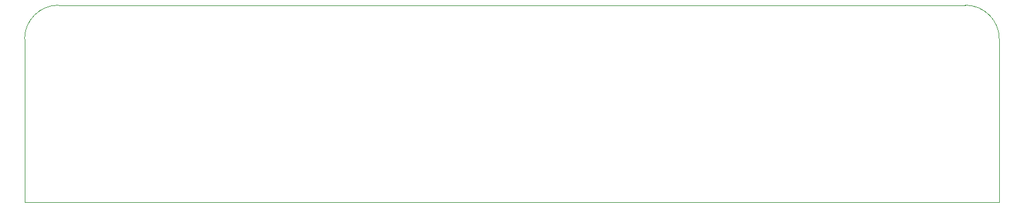
<source format=gm1>
G04 #@! TF.GenerationSoftware,KiCad,Pcbnew,(5.1.5)-3*
G04 #@! TF.CreationDate,2020-06-06T22:21:36-05:00*
G04 #@! TF.ProjectId,MacroPad,4d616372-6f50-4616-942e-6b696361645f,rev?*
G04 #@! TF.SameCoordinates,Original*
G04 #@! TF.FileFunction,Profile,NP*
%FSLAX46Y46*%
G04 Gerber Fmt 4.6, Leading zero omitted, Abs format (unit mm)*
G04 Created by KiCad (PCBNEW (5.1.5)-3) date 2020-06-06 22:21:36*
%MOMM*%
%LPD*%
G04 APERTURE LIST*
%ADD10C,0.050000*%
G04 APERTURE END LIST*
D10*
X211137500Y-110236000D02*
X210820000Y-110236000D01*
X211137500Y-109537500D02*
X211137500Y-110236000D01*
X74612500Y-110236000D02*
X210820000Y-110236000D01*
X74612500Y-109537500D02*
X74612500Y-110236000D01*
X74612500Y-87312500D02*
X74612500Y-109537500D01*
X79375000Y-82550000D02*
X206375000Y-82550000D01*
X74612500Y-87312500D02*
G75*
G02X79375000Y-82550000I4762500J0D01*
G01*
X211137500Y-107950000D02*
X211137500Y-109537500D01*
X211137500Y-87312500D02*
X211137500Y-107950000D01*
X206375000Y-82550000D02*
G75*
G02X211137500Y-87312500I0J-4762500D01*
G01*
M02*

</source>
